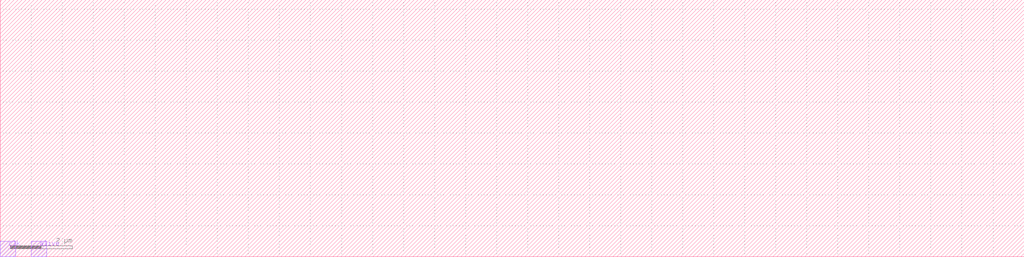
<source format=lef>
VERSION 5.8 ;
BUSBITCHARS "[]" ;
DIVIDERCHAR "/" ;

MACRO PRAWNS_ART
  CLASS BLOCK ;
  ORIGIN 0 0 ;
  SIZE 33.0 BY 8.3 ;
  SYMMETRY X Y ;

  PIN clk
    DIRECTION INPUT ;
    USE SIGNAL ;
    PORT
      LAYER met1 ;
      RECT 0.0 0.0 0.5 0.5 ;
    END
  END clk

  PIN alive
    DIRECTION OUTPUT ;
    USE SIGNAL ;
    PORT
      LAYER met1 ;
      RECT 1.0 0.0 1.5 0.5 ;
    END
  END alive

END PRAWNS_ART

END LIBRARY

</source>
